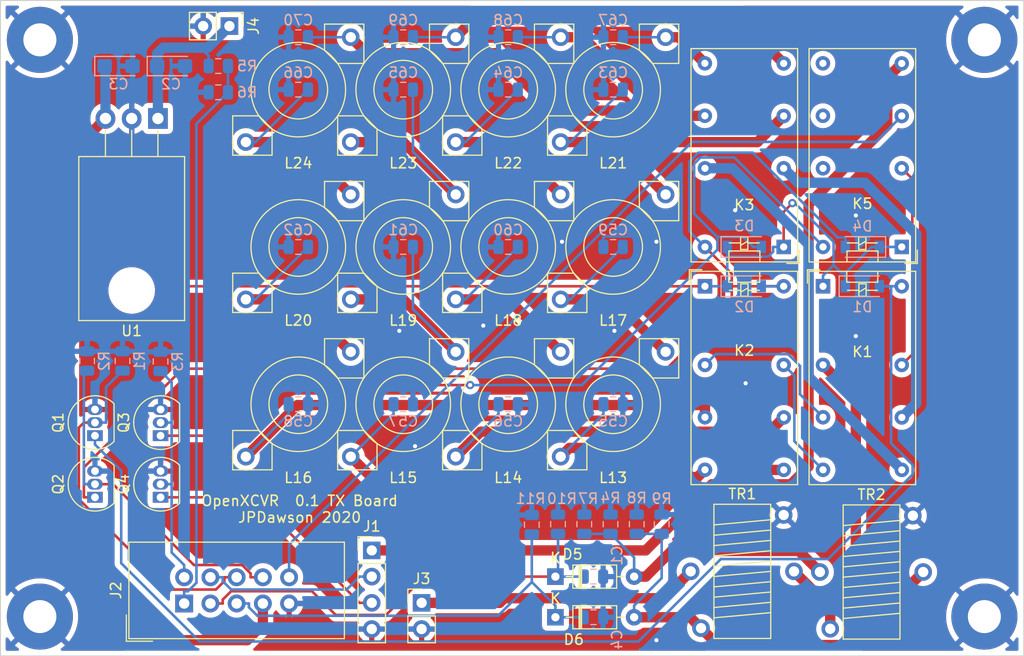
<source format=kicad_pcb>
(kicad_pcb (version 20200104) (host pcbnew "5.99.0-unknown-43514a1~86~ubuntu18.04.1")
  (layers (0 "F.Cu" signal hide) (31 "B.Cu" signal hide) (34 "B.Paste" user) (35 "F.Paste" user) (36 "B.SilkS" user) (37 "F.SilkS" user) (38 "B.Mask" user) (39 "F.Mask" user) (44 "Edge.Cuts" user))
  (net 0 "")
  (net 1 "GND")
  (net 2 "FWD_PWR")
  (net 3 "REV_PWR")
  (net 4 "LPF_BAND_0_A")
  (net 5 "LPF_BAND_1_A")
  (net 6 "LPF_BAND_2_A")
  (net 7 "LPF_BAND_3_A")
  (net 8 "Net-(C59-Pad1)")
  (net 9 "Net-(C60-Pad1)")
  (net 10 "Net-(C61-Pad1)")
  (net 11 "Net-(C62-Pad1)")
  (net 12 "Net-(C63-Pad1)")
  (net 13 "Net-(C64-Pad1)")
  (net 14 "Net-(C65-Pad1)")
  (net 15 "Net-(C66-Pad1)")
  (net 16 "LPF_BAND_0_B")
  (net 17 "LPF_BAND_1_B")
  (net 18 "LPF_BAND_2_B")
  (net 19 "LPF_BAND_3_B")
  (net 20 "Net-(D1-Pad2)")
  (net 21 "+5V")
  (net 22 "Net-(D2-Pad2)")
  (net 23 "Net-(D3-Pad2)")
  (net 24 "TX_N")
  (net 25 "PA_IN")
  (net 26 "RF_IN")
  (net 27 "BAND_0")
  (net 28 "BAND_1")
  (net 29 "TX_ENABLE")
  (net 30 "BATTERY")
  (net 31 "ANTENNA")
  (net 32 "Net-(K1-Pad9)")
  (net 33 "Net-(K1-Pad11)")
  (net 34 "Net-(K1-Pad8)")
  (net 35 "Net-(K1-Pad6)")
  (net 36 "Net-(K5-Pad11)")
  (net 37 "RF_OUT")
  (net 38 "Net-(D5-Pad2)")
  (net 39 "Net-(D6-Pad2)")
  (net 40 "LPF_TXRX")
  (net 41 "LPF_SWR")
  (net 42 "Net-(K5-Pad13)")
  (net 43 "Net-(K5-Pad9)")
  (net 44 "Net-(C2-Pad1)")
  (module "openxcvr:FT37-INDUCTOR" (layer "F.Cu") (at 160.909 67.056 180)
    (fp_text reference "L21" (at 0 0.5 unlocked) (layer "F.SilkS"))
    (fp_text value "2.434u")
    (pad "1" thru_hole circle (at 5.08 2.54 180) (size 1.7 1.7) (drill 1) (layers *.Cu *.Mask) (net 12 "Net-(C63-Pad1)"))
    (pad "2" thru_hole circle (at -5.08 12.7 180) (size 1.7 1.7) (drill 1) (layers *.Cu *.Mask) (net 19 "LPF_BAND_3_B"))
  )
  (module "openxcvr:FT37-INDUCTOR" (layer "F.Cu") (at 150.749 67.056 180)
    (fp_text reference "L22" (at 0 0.5 unlocked) (layer "F.SilkS"))
    (fp_text value "1.380u")
    (pad "1" thru_hole circle (at 5.08 2.54 180) (size 1.7 1.7) (drill 1) (layers *.Cu *.Mask) (net 13 "Net-(C64-Pad1)"))
    (pad "2" thru_hole circle (at -5.08 12.7 180) (size 1.7 1.7) (drill 1) (layers *.Cu *.Mask) (net 18 "LPF_BAND_2_B"))
  )
  (module "Resistor_SMD:R_0805_2012Metric" (layer "B.Cu") (at 153.035 101.585 90)
    (fp_text reference "R11" (at 2.525 -0.127 180) (layer "B.SilkS") (effects (justify mirror)))
    (fp_text value "10k")
    (pad "2" smd roundrect (at 0.9375 0 90) (size 0.975 1.4) (layers "B.Cu" "B.Paste" "B.Mask") (net 1 "GND"))
    (pad "1" smd roundrect (at -0.9375 0 90) (size 0.975 1.4) (layers "B.Cu" "B.Paste" "B.Mask") (net 3 "REV_PWR"))
  )
  (module "Resistor_SMD:R_0805_2012Metric" (layer "B.Cu") (at 155.575 101.536 90)
    (fp_text reference "R10" (at 2.4765 0.381 180) (layer "B.SilkS") (effects (justify mirror)))
    (fp_text value "10k")
    (pad "2" smd roundrect (at 0.9375 0 90) (size 0.975 1.4) (layers "B.Cu" "B.Paste" "B.Mask") (net 1 "GND"))
    (pad "1" smd roundrect (at -0.9375 0 90) (size 0.975 1.4) (layers "B.Cu" "B.Paste" "B.Mask") (net 2 "FWD_PWR"))
  )
  (module "Diode_SMD:D_SOD-123" (layer "B.Cu") (at 185.039 74.676 180)
    (fp_text reference "D4" (at 0 2) (layer "B.SilkS") (effects (justify mirror)))
    (fp_text value "1N4148W")
    (pad "2" smd rect (at 1.65 0 180) (size 0.9 1.2) (layers "B.Cu" "B.Paste" "B.Mask") (net 22 "Net-(D2-Pad2)"))
    (pad "1" smd rect (at -1.65 0 180) (size 0.9 1.2) (layers "B.Cu" "B.Paste" "B.Mask") (net 21 "+5V"))
  )
  (module "Connector_IDC:IDC-Header_2x05_P2.54mm_Vertical" (layer "F.Cu") (at 119.38 109.22 90)
    (fp_text reference "J2" (at 1.27 -6.604 90) (layer "F.SilkS"))
    (fp_text value "RADIO_CONNECTOR")
    (pad "10" thru_hole oval (at 2.54 10.16 90) (size 1.7272 1.7272) (drill 1.016) (layers *.Cu *.Mask) (net 37 "RF_OUT"))
    (pad "9" thru_hole oval (at 0 10.16 90) (size 1.7272 1.7272) (drill 1.016) (layers *.Cu *.Mask) (net 1 "GND"))
    (pad "8" thru_hole oval (at 2.54 7.62 90) (size 1.7272 1.7272) (drill 1.016) (layers *.Cu *.Mask) (net 27 "BAND_0"))
    (pad "7" thru_hole oval (at 0 7.62 90) (size 1.7272 1.7272) (drill 1.016) (layers *.Cu *.Mask) (net 21 "+5V"))
    (pad "6" thru_hole oval (at 2.54 5.08 90) (size 1.7272 1.7272) (drill 1.016) (layers *.Cu *.Mask) (net 28 "BAND_1"))
    (pad "5" thru_hole oval (at 0 5.08 90) (size 1.7272 1.7272) (drill 1.016) (layers *.Cu *.Mask) (net 3 "REV_PWR"))
    (pad "4" thru_hole oval (at 2.54 2.54 90) (size 1.7272 1.7272) (drill 1.016) (layers *.Cu *.Mask) (net 26 "RF_IN"))
    (pad "3" thru_hole oval (at 0 2.54 90) (size 1.7272 1.7272) (drill 1.016) (layers *.Cu *.Mask) (net 2 "FWD_PWR"))
    (pad "2" thru_hole oval (at 2.54 0 90) (size 1.7272 1.7272) (drill 1.016) (layers *.Cu *.Mask) (net 29 "TX_ENABLE"))
    (pad "1" thru_hole rect (at 0 0 90) (size 1.7272 1.7272) (drill 1.016) (layers *.Cu *.Mask) (net 30 "BATTERY"))
  )
  (module "Resistor_SMD:R_0805_2012Metric" (layer "B.Cu") (at 165.608 101.536 90)
    (fp_text reference "R9" (at 2.4765 0) (layer "B.SilkS") (effects (justify mirror)))
    (fp_text value "100")
    (pad "2" smd roundrect (at 0.9375 0 90) (size 0.975 1.4) (layers "B.Cu" "B.Paste" "B.Mask") (net 1 "GND"))
    (pad "1" smd roundrect (at -0.9375 0 90) (size 0.975 1.4) (layers "B.Cu" "B.Paste" "B.Mask") (net 39 "Net-(D6-Pad2)"))
  )
  (module "Resistor_SMD:R_0805_2012Metric" (layer "B.Cu") (at 160.655 101.536 90)
    (fp_text reference "R4" (at 2.54 0 -180) (layer "B.SilkS") (effects (justify mirror)))
    (fp_text value "100")
    (pad "2" smd roundrect (at 0.9375 0 90) (size 0.975 1.4) (layers "B.Cu" "B.Paste" "B.Mask") (net 1 "GND"))
    (pad "1" smd roundrect (at -0.9375 0 90) (size 0.975 1.4) (layers "B.Cu" "B.Paste" "B.Mask") (net 38 "Net-(D5-Pad2)"))
  )
  (module "Connector_PinHeader_2.54mm:PinHeader_1x02_P2.54mm_Vertical" (layer "F.Cu") (at 123.762 53.2765 -90)
    (fp_text reference "J4" (at 0 -2.33 90) (layer "F.SilkS"))
    (fp_text value "12V_IN")
    (pad "2" thru_hole oval (at 0 2.54 270) (size 1.7 1.7) (drill 1) (layers *.Cu *.Mask) (net 1 "GND"))
    (pad "1" thru_hole rect (at 0 0 270) (size 1.7 1.7) (drill 1) (layers *.Cu *.Mask) (net 44 "Net-(C2-Pad1)"))
  )
  (module "Diode_THT:D_DO-35_SOD27_P7.62mm_Horizontal" (layer "F.Cu") (at 155.321 110.554)
    (fp_text reference "D6" (at 1.778 2.159) (layer "F.SilkS"))
    (fp_text value "1N5711")
    (fp_text user "K" (at 0 -1.8) (layer "F.SilkS"))
    (fp_text user "K" (at 0 -1.8) (layer "F.SilkS"))
    (pad "2" thru_hole oval (at 7.62 0) (size 1.6 1.6) (drill 0.8) (layers *.Cu *.Mask) (net 39 "Net-(D6-Pad2)"))
    (pad "1" thru_hole rect (at 0 0) (size 1.6 1.6) (drill 0.8) (layers *.Cu *.Mask) (net 3 "REV_PWR"))
  )
  (module "Diode_THT:D_DO-35_SOD27_P7.62mm_Horizontal" (layer "F.Cu") (at 155.321 106.616)
    (fp_text reference "D5" (at 1.651 -2.159) (layer "F.SilkS"))
    (fp_text value "1N5711")
    (fp_text user "K" (at 0 -1.8) (layer "F.SilkS"))
    (fp_text user "K" (at 0 -1.8) (layer "F.SilkS"))
    (pad "2" thru_hole oval (at 7.62 0) (size 1.6 1.6) (drill 0.8) (layers *.Cu *.Mask) (net 38 "Net-(D5-Pad2)"))
    (pad "1" thru_hole rect (at 0 0) (size 1.6 1.6) (drill 0.8) (layers *.Cu *.Mask) (net 2 "FWD_PWR"))
  )
  (module "Package_TO_SOT_THT:TO-220-3_Horizontal_TabDown" (layer "F.Cu") (at 116.84 62.23 180)
    (fp_text reference "U1" (at 2.54 -20.58) (layer "F.SilkS"))
    (fp_text value "LM7805_TO220")
    (pad "3" thru_hole oval (at 5.08 0 180) (size 1.905 2) (drill 1.1) (layers *.Cu *.Mask) (net 21 "+5V"))
    (pad "2" thru_hole oval (at 2.54 0 180) (size 1.905 2) (drill 1.1) (layers *.Cu *.Mask) (net 1 "GND"))
    (pad "1" thru_hole rect (at 0 0 180) (size 1.905 2) (drill 1.1) (layers *.Cu *.Mask) (net 44 "Net-(C2-Pad1)"))
    (pad "" np_thru_hole oval (at 2.54 -16.66 180) (size 3.5 3.5) (drill 3.5) (layers *.Cu *.Mask))
  )
  (module "Capacitor_SMD:C_0805_2012Metric" (layer "B.Cu") (at 159.004 106.616)
    (fp_text reference "C1" (at 2.286 -2.032 270) (layer "B.SilkS") (effects (justify mirror)))
    (fp_text value "100n")
    (pad "2" smd roundrect (at 0.9375 0) (size 0.975 1.4) (layers "B.Cu" "B.Paste" "B.Mask") (net 1 "GND"))
    (pad "1" smd roundrect (at -0.9375 0) (size 0.975 1.4) (layers "B.Cu" "B.Paste" "B.Mask") (net 2 "FWD_PWR"))
  )
  (module "MountingHole:MountingHole_3.2mm_M3_Pad" (layer "F.Cu") (at 105.41 54.61)
    (fp_text reference "H4")
    (fp_text value "MountingHole_Pad")
    (pad "1" thru_hole circle (at 0 0) (size 6.4 6.4) (drill 3.2) (layers *.Cu *.Mask) (net 1 "GND"))
  )
  (module "MountingHole:MountingHole_3.2mm_M3_Pad" (layer "F.Cu") (at 196.85 110.49)
    (fp_text reference "H3")
    (fp_text value "MountingHole_Pad")
    (pad "1" thru_hole circle (at 0 0) (size 6.4 6.4) (drill 3.2) (layers *.Cu *.Mask) (net 1 "GND"))
  )
  (module "MountingHole:MountingHole_3.2mm_M3_Pad" (layer "F.Cu") (at 105.41 110.49)
    (fp_text reference "H2")
    (fp_text value "MountingHole_Pad")
    (pad "1" thru_hole circle (at 0 0) (size 6.4 6.4) (drill 3.2) (layers *.Cu *.Mask) (net 1 "GND"))
  )
  (module "MountingHole:MountingHole_3.2mm_M3_Pad" (layer "F.Cu") (at 196.85 54.61)
    (fp_text reference "H1")
    (fp_text value "MountingHole_Pad")
    (pad "1" thru_hole circle (at 0 0) (size 6.4 6.4) (drill 3.2) (layers *.Cu *.Mask) (net 1 "GND"))
  )
  (module "openxcvr:FT50-43 Transformer" (layer "F.Cu") (at 185.928 98.171)
    (fp_text reference "TR2" (at 0 0.5 unlocked) (layer "F.SilkS"))
    (fp_text value "FT50-43Transformer")
    (pad "4" thru_hole circle (at -5 8) (size 1.7 1.7) (drill 1) (layers *.Cu *.Mask) (net 38 "Net-(D5-Pad2)"))
    (pad "3" thru_hole circle (at 5 8) (size 1.7 1.7) (drill 1) (layers *.Cu *.Mask) (net 39 "Net-(D6-Pad2)"))
    (pad "2" thru_hole circle (at -4 13.5) (size 1.7 1.7) (drill 1) (layers *.Cu *.Mask) (net 41 "LPF_SWR"))
    (pad "1" thru_hole circle (at 4 2.54) (size 1.7 1.7) (drill 1) (layers *.Cu *.Mask) (net 1 "GND"))
  )
  (module "openxcvr:FT50-43 Transformer" (layer "F.Cu") (at 173.418 98.1075)
    (fp_text reference "TR1" (at 0 0.5 unlocked) (layer "F.SilkS"))
    (fp_text value "FT50-43Transformer")
    (pad "4" thru_hole circle (at -5 8) (size 1.7 1.7) (drill 1) (layers *.Cu *.Mask) (net 31 "ANTENNA"))
    (pad "3" thru_hole circle (at 5 8) (size 1.7 1.7) (drill 1) (layers *.Cu *.Mask) (net 41 "LPF_SWR"))
    (pad "2" thru_hole circle (at -4 13.5) (size 1.7 1.7) (drill 1) (layers *.Cu *.Mask) (net 39 "Net-(D6-Pad2)"))
    (pad "1" thru_hole circle (at 4 2.54) (size 1.7 1.7) (drill 1) (layers *.Cu *.Mask) (net 1 "GND"))
  )
  (module "Resistor_SMD:R_0805_2012Metric" (layer "B.Cu") (at 163.195 101.536 90)
    (fp_text reference "R8" (at 2.54 0) (layer "B.SilkS") (effects (justify mirror)))
    (fp_text value "100")
    (pad "2" smd roundrect (at 0.9375 0 90) (size 0.975 1.4) (layers "B.Cu" "B.Paste" "B.Mask") (net 1 "GND"))
    (pad "1" smd roundrect (at -0.9375 0 90) (size 0.975 1.4) (layers "B.Cu" "B.Paste" "B.Mask") (net 39 "Net-(D6-Pad2)"))
  )
  (module "Resistor_SMD:R_0805_2012Metric" (layer "B.Cu") (at 158.115 101.536 90)
    (fp_text reference "R7" (at 2.4765 0.381) (layer "B.SilkS") (effects (justify mirror)))
    (fp_text value "100")
    (pad "2" smd roundrect (at 0.9375 0 90) (size 0.975 1.4) (layers "B.Cu" "B.Paste" "B.Mask") (net 1 "GND"))
    (pad "1" smd roundrect (at -0.9375 0 90) (size 0.975 1.4) (layers "B.Cu" "B.Paste" "B.Mask") (net 38 "Net-(D5-Pad2)"))
  )
  (module "Resistor_SMD:R_0805_2012Metric" (layer "B.Cu") (at 122.682 59.69 180)
    (fp_text reference "R6" (at -2.794 0) (layer "B.SilkS") (effects (justify mirror)))
    (fp_text value "1K")
    (pad "2" smd roundrect (at 0.9375 0 180) (size 0.975 1.4) (layers "B.Cu" "B.Paste" "B.Mask") (net 1 "GND"))
    (pad "1" smd roundrect (at -0.9375 0 180) (size 0.975 1.4) (layers "B.Cu" "B.Paste" "B.Mask") (net 30 "BATTERY"))
  )
  (module "Resistor_SMD:R_0805_2012Metric" (layer "B.Cu") (at 122.682 57.15)
    (fp_text reference "R5" (at 2.794 0) (layer "B.SilkS") (effects (justify mirror)))
    (fp_text value "10k")
    (pad "2" smd roundrect (at 0.9375 0) (size 0.975 1.4) (layers "B.Cu" "B.Paste" "B.Mask") (net 30 "BATTERY"))
    (pad "1" smd roundrect (at -0.9375 0) (size 0.975 1.4) (layers "B.Cu" "B.Paste" "B.Mask") (net 44 "Net-(C2-Pad1)"))
  )
  (module "Resistor_SMD:R_0805_2012Metric" (layer "B.Cu") (at 117.094 85.7735 90)
    (fp_text reference "R3" (at 0 1.65 270) (layer "B.SilkS") (effects (justify mirror)))
    (fp_text value "10K")
    (pad "2" smd roundrect (at 0.9375 0 90) (size 0.975 1.4) (layers "B.Cu" "B.Paste" "B.Mask") (net 1 "GND"))
    (pad "1" smd roundrect (at -0.9375 0 90) (size 0.975 1.4) (layers "B.Cu" "B.Paste" "B.Mask") (net 29 "TX_ENABLE"))
  )
  (module "Resistor_SMD:R_0805_2012Metric" (layer "B.Cu") (at 109.982 85.725 90)
    (fp_text reference "R2" (at 0 1.65 270) (layer "B.SilkS") (effects (justify mirror)))
    (fp_text value "10K")
    (pad "2" smd roundrect (at 0.9375 0 90) (size 0.975 1.4) (layers "B.Cu" "B.Paste" "B.Mask") (net 1 "GND"))
    (pad "1" smd roundrect (at -0.9375 0 90) (size 0.975 1.4) (layers "B.Cu" "B.Paste" "B.Mask") (net 27 "BAND_0"))
  )
  (module "Resistor_SMD:R_0805_2012Metric" (layer "B.Cu") (at 113.411 85.725 90)
    (fp_text reference "R1" (at 0 1.65 270) (layer "B.SilkS") (effects (justify mirror)))
    (fp_text value "10K")
    (pad "2" smd roundrect (at 0.9375 0 90) (size 0.975 1.4) (layers "B.Cu" "B.Paste" "B.Mask") (net 1 "GND"))
    (pad "1" smd roundrect (at -0.9375 0 90) (size 0.975 1.4) (layers "B.Cu" "B.Paste" "B.Mask") (net 28 "BAND_1"))
  )
  (module "Package_TO_SOT_THT:TO-92_Inline" (layer "F.Cu") (at 117.094 98.933 90)
    (fp_text reference "Q4" (at 1.27 -3.56 90) (layer "F.SilkS"))
    (fp_text value "BS170")
    (pad "1" thru_hole rect (at 0 0 90) (size 1.05 1.5) (drill 0.75) (layers *.Cu *.Mask) (net 24 "TX_N"))
    (pad "3" thru_hole oval (at 2.54 0 90) (size 1.05 1.5) (drill 0.75) (layers *.Cu *.Mask) (net 1 "GND"))
    (pad "2" thru_hole oval (at 1.27 0 90) (size 1.05 1.5) (drill 0.75) (layers *.Cu *.Mask) (net 29 "TX_ENABLE"))
  )
  (module "Package_TO_SOT_THT:TO-92_Inline" (layer "F.Cu") (at 117.094 92.964 90)
    (fp_text reference "Q3" (at 1.27 -3.56 90) (layer "F.SilkS"))
    (fp_text value "BS170")
    (pad "1" thru_hole rect (at 0 0 90) (size 1.05 1.5) (drill 0.75) (layers *.Cu *.Mask) (net 23 "Net-(D3-Pad2)"))
    (pad "3" thru_hole oval (at 2.54 0 90) (size 1.05 1.5) (drill 0.75) (layers *.Cu *.Mask) (net 1 "GND"))
    (pad "2" thru_hole oval (at 1.27 0 90) (size 1.05 1.5) (drill 0.75) (layers *.Cu *.Mask) (net 29 "TX_ENABLE"))
  )
  (module "Package_TO_SOT_THT:TO-92_Inline" (layer "F.Cu") (at 110.744 98.933 90)
    (fp_text reference "Q2" (at 1.27 -3.56 90) (layer "F.SilkS"))
    (fp_text value "BS170")
    (pad "1" thru_hole rect (at 0 0 90) (size 1.05 1.5) (drill 0.75) (layers *.Cu *.Mask) (net 22 "Net-(D2-Pad2)"))
    (pad "3" thru_hole oval (at 2.54 0 90) (size 1.05 1.5) (drill 0.75) (layers *.Cu *.Mask) (net 1 "GND"))
    (pad "2" thru_hole oval (at 1.27 0 90) (size 1.05 1.5) (drill 0.75) (layers *.Cu *.Mask) (net 27 "BAND_0"))
  )
  (module "Package_TO_SOT_THT:TO-92_Inline" (layer "F.Cu") (at 110.744 92.964 90)
    (fp_text reference "Q1" (at 1.27 -3.56 90) (layer "F.SilkS"))
    (fp_text value "BS170")
    (pad "1" thru_hole rect (at 0 0 90) (size 1.05 1.5) (drill 0.75) (layers *.Cu *.Mask) (net 20 "Net-(D1-Pad2)"))
    (pad "3" thru_hole oval (at 2.54 0 90) (size 1.05 1.5) (drill 0.75) (layers *.Cu *.Mask) (net 1 "GND"))
    (pad "2" thru_hole oval (at 1.27 0 90) (size 1.05 1.5) (drill 0.75) (layers *.Cu *.Mask) (net 28 "BAND_1"))
  )
  (module "openxcvr:FT37-INDUCTOR" (layer "F.Cu") (at 130.429 67.056 180)
    (fp_text reference "L24" (at 0 0.5 unlocked) (layer "F.SilkS"))
    (fp_text value "303n")
    (pad "1" thru_hole circle (at 5.08 2.54 180) (size 1.7 1.7) (drill 1) (layers *.Cu *.Mask) (net 15 "Net-(C66-Pad1)"))
    (pad "2" thru_hole circle (at -5.08 12.7 180) (size 1.7 1.7) (drill 1) (layers *.Cu *.Mask) (net 16 "LPF_BAND_0_B"))
  )
  (module "openxcvr:FT37-INDUCTOR" (layer "F.Cu") (at 140.589 67.056 180)
    (fp_text reference "L23" (at 0 0.5 unlocked) (layer "F.SilkS"))
    (fp_text value "773n")
    (pad "1" thru_hole circle (at 5.08 2.54 180) (size 1.7 1.7) (drill 1) (layers *.Cu *.Mask) (net 14 "Net-(C65-Pad1)"))
    (pad "2" thru_hole circle (at -5.08 12.7 180) (size 1.7 1.7) (drill 1) (layers *.Cu *.Mask) (net 17 "LPF_BAND_1_B"))
  )
  (module "openxcvr:FT37-INDUCTOR" (layer "F.Cu") (at 130.429 82.296 180)
    (fp_text reference "L20" (at 0 0.5 unlocked) (layer "F.SilkS"))
    (fp_text value "382n")
    (pad "1" thru_hole circle (at 5.08 2.54 180) (size 1.7 1.7) (drill 1) (layers *.Cu *.Mask) (net 11 "Net-(C62-Pad1)"))
    (pad "2" thru_hole circle (at -5.08 12.7 180) (size 1.7 1.7) (drill 1) (layers *.Cu *.Mask) (net 15 "Net-(C66-Pad1)"))
  )
  (module "openxcvr:FT37-INDUCTOR" (layer "F.Cu") (at 140.589 82.296 180)
    (fp_text reference "L19" (at 0 0.5 unlocked) (layer "F.SilkS"))
    (fp_text value "904n")
    (pad "1" thru_hole circle (at 5.08 2.54 180) (size 1.7 1.7) (drill 1) (layers *.Cu *.Mask) (net 10 "Net-(C61-Pad1)"))
    (pad "2" thru_hole circle (at -5.08 12.7 180) (size 1.7 1.7) (drill 1) (layers *.Cu *.Mask) (net 14 "Net-(C65-Pad1)"))
  )
  (module "openxcvr:FT37-INDUCTOR" (layer "F.Cu") (at 150.749 82.296 180)
    (fp_text reference "L18" (at 0 0.5 unlocked) (layer "F.SilkS"))
    (fp_text value "1.698u")
    (pad "1" thru_hole circle (at 5.08 2.54 180) (size 1.7 1.7) (drill 1) (layers *.Cu *.Mask) (net 9 "Net-(C60-Pad1)"))
    (pad "2" thru_hole circle (at -5.08 12.7 180) (size 1.7 1.7) (drill 1) (layers *.Cu *.Mask) (net 13 "Net-(C64-Pad1)"))
  )
  (module "openxcvr:FT37-INDUCTOR" (layer "F.Cu") (at 160.909 82.296 180)
    (fp_text reference "L17" (at 0 0.5 unlocked) (layer "F.SilkS"))
    (fp_text value "3.012u")
    (pad "1" thru_hole circle (at 5.08 2.54 180) (size 1.7 1.7) (drill 1) (layers *.Cu *.Mask) (net 8 "Net-(C59-Pad1)"))
    (pad "2" thru_hole circle (at -5.08 12.7 180) (size 1.7 1.7) (drill 1) (layers *.Cu *.Mask) (net 12 "Net-(C63-Pad1)"))
  )
  (module "openxcvr:FT37-INDUCTOR" (layer "F.Cu") (at 130.429 97.536 180)
    (fp_text reference "L16" (at 0 0.5 unlocked) (layer "F.SilkS"))
    (fp_text value "303n")
    (pad "1" thru_hole circle (at 5.08 2.54 180) (size 1.7 1.7) (drill 1) (layers *.Cu *.Mask) (net 4 "LPF_BAND_0_A"))
    (pad "2" thru_hole circle (at -5.08 12.7 180) (size 1.7 1.7) (drill 1) (layers *.Cu *.Mask) (net 11 "Net-(C62-Pad1)"))
  )
  (module "openxcvr:FT37-INDUCTOR" (layer "F.Cu") (at 140.589 97.536 180)
    (fp_text reference "L15" (at 0 0.5 unlocked) (layer "F.SilkS"))
    (fp_text value "773n")
    (pad "1" thru_hole circle (at 5.08 2.54 180) (size 1.7 1.7) (drill 1) (layers *.Cu *.Mask) (net 5 "LPF_BAND_1_A"))
    (pad "2" thru_hole circle (at -5.08 12.7 180) (size 1.7 1.7) (drill 1) (layers *.Cu *.Mask) (net 10 "Net-(C61-Pad1)"))
  )
  (module "openxcvr:FT37-INDUCTOR" (layer "F.Cu") (at 150.749 97.536 180)
    (fp_text reference "L14" (at 0 0.5 unlocked) (layer "F.SilkS"))
    (fp_text value "1.380u")
    (pad "1" thru_hole circle (at 5.08 2.54 180) (size 1.7 1.7) (drill 1) (layers *.Cu *.Mask) (net 6 "LPF_BAND_2_A"))
    (pad "2" thru_hole circle (at -5.08 12.7 180) (size 1.7 1.7) (drill 1) (layers *.Cu *.Mask) (net 9 "Net-(C60-Pad1)"))
  )
  (module "openxcvr:FT37-INDUCTOR" (layer "F.Cu") (at 160.909 97.536 180)
    (fp_text reference "L13" (at 0 0.5 unlocked) (layer "F.SilkS"))
    (fp_text value "2.434u")
    (pad "1" thru_hole circle (at 5.08 2.54 180) (size 1.7 1.7) (drill 1) (layers *.Cu *.Mask) (net 7 "LPF_BAND_3_A"))
    (pad "2" thru_hole circle (at -5.08 12.7 180) (size 1.7 1.7) (drill 1) (layers *.Cu *.Mask) (net 8 "Net-(C59-Pad1)"))
  )
  (module "Relay_THT:Relay_DPDT_Omron_G5V-2" (layer "F.Cu") (at 188.849 74.676 180)
    (fp_text reference "K5" (at 3.81 4.191) (layer "F.SilkS"))
    (fp_text value "G5V-2")
    (pad "13" thru_hole circle (at 7.62 7.62 180) (size 1.4 1.4) (drill 0.7) (layers *.Cu *.Mask) (net 42 "Net-(K5-Pad13)"))
    (pad "9" thru_hole circle (at 7.63 17.79 180) (size 1.4 1.4) (drill 0.7) (layers *.Cu *.Mask) (net 43 "Net-(K5-Pad9)"))
    (pad "11" thru_hole circle (at 7.63 12.71 180) (size 1.4 1.4) (drill 0.7) (layers *.Cu *.Mask) (net 36 "Net-(K5-Pad11)"))
    (pad "4" thru_hole circle (at 0 7.62 180) (size 1.4 1.4) (drill 0.7) (layers *.Cu *.Mask) (net 40 "LPF_TXRX"))
    (pad "8" thru_hole circle (at 0 17.78 180) (size 1.4 1.4) (drill 0.7) (layers *.Cu *.Mask) (net 25 "PA_IN"))
    (pad "6" thru_hole circle (at 0 12.69 180) (size 1.4 1.4) (drill 0.7) (layers *.Cu *.Mask) (net 37 "RF_OUT"))
    (pad "16" thru_hole circle (at 7.62 0 180) (size 1.4 1.4) (drill 0.7) (layers *.Cu *.Mask) (net 23 "Net-(D3-Pad2)"))
    (pad "1" thru_hole rect (at 0 0 180) (size 1.4 1.4) (drill 0.7) (layers *.Cu *.Mask) (net 21 "+5V"))
  )
  (module "Relay_THT:Relay_DPDT_Omron_G5V-2" (layer "F.Cu") (at 177.419 74.676 180)
    (fp_text reference "K3" (at 3.81 4.064) (layer "F.SilkS"))
    (fp_text value "G5V-2")
    (pad "13" thru_hole circle (at 7.62 7.62 180) (size 1.4 1.4) (drill 0.7) (layers *.Cu *.Mask) (net 32 "Net-(K1-Pad9)"))
    (pad "9" thru_hole circle (at 7.63 17.79 180) (size 1.4 1.4) (drill 0.7) (layers *.Cu *.Mask) (net 19 "LPF_BAND_3_B"))
    (pad "11" thru_hole circle (at 7.63 12.71 180) (size 1.4 1.4) (drill 0.7) (layers *.Cu *.Mask) (net 18 "LPF_BAND_2_B"))
    (pad "4" thru_hole circle (at 0 7.62 180) (size 1.4 1.4) (drill 0.7) (layers *.Cu *.Mask) (net 33 "Net-(K1-Pad11)"))
    (pad "8" thru_hole circle (at 0 17.78 180) (size 1.4 1.4) (drill 0.7) (layers *.Cu *.Mask) (net 17 "LPF_BAND_1_B"))
    (pad "6" thru_hole circle (at 0 12.69 180) (size 1.4 1.4) (drill 0.7) (layers *.Cu *.Mask) (net 16 "LPF_BAND_0_B"))
    (pad "16" thru_hole circle (at 7.62 0 180) (size 1.4 1.4) (drill 0.7) (layers *.Cu *.Mask) (net 22 "Net-(D2-Pad2)"))
    (pad "1" thru_hole rect (at 0 0 180) (size 1.4 1.4) (drill 0.7) (layers *.Cu *.Mask) (net 21 "+5V"))
  )
  (module "Relay_THT:Relay_DPDT_Omron_G5V-2" (layer "F.Cu") (at 169.799 78.486)
    (fp_text reference "K2" (at 3.81 6.223) (layer "F.SilkS"))
    (fp_text value "G5V-2")
    (pad "13" thru_hole circle (at 7.62 7.62) (size 1.4 1.4) (drill 0.7) (layers *.Cu *.Mask) (net 34 "Net-(K1-Pad8)"))
    (pad "9" thru_hole circle (at 7.63 17.79) (size 1.4 1.4) (drill 0.7) (layers *.Cu *.Mask) (net 7 "LPF_BAND_3_A"))
    (pad "11" thru_hole circle (at 7.63 12.71) (size 1.4 1.4) (drill 0.7) (layers *.Cu *.Mask) (net 6 "LPF_BAND_2_A"))
    (pad "4" thru_hole circle (at 0 7.62) (size 1.4 1.4) (drill 0.7) (layers *.Cu *.Mask) (net 35 "Net-(K1-Pad6)"))
    (pad "8" thru_hole circle (at 0 17.78) (size 1.4 1.4) (drill 0.7) (layers *.Cu *.Mask) (net 5 "LPF_BAND_1_A"))
    (pad "6" thru_hole circle (at 0 12.69) (size 1.4 1.4) (drill 0.7) (layers *.Cu *.Mask) (net 4 "LPF_BAND_0_A"))
    (pad "16" thru_hole circle (at 7.62 0) (size 1.4 1.4) (drill 0.7) (layers *.Cu *.Mask) (net 22 "Net-(D2-Pad2)"))
    (pad "1" thru_hole rect (at 0 0) (size 1.4 1.4) (drill 0.7) (layers *.Cu *.Mask) (net 21 "+5V"))
  )
  (module "Relay_THT:Relay_DPDT_Omron_G5V-2" (layer "F.Cu") (at 181.229 78.486)
    (fp_text reference "K1" (at 3.81 6.35) (layer "F.SilkS"))
    (fp_text value "G5V-2")
    (pad "13" thru_hole circle (at 7.62 7.62) (size 1.4 1.4) (drill 0.7) (layers *.Cu *.Mask) (net 40 "LPF_TXRX"))
    (pad "9" thru_hole circle (at 7.63 17.79) (size 1.4 1.4) (drill 0.7) (layers *.Cu *.Mask) (net 32 "Net-(K1-Pad9)"))
    (pad "11" thru_hole circle (at 7.63 12.71) (size 1.4 1.4) (drill 0.7) (layers *.Cu *.Mask) (net 33 "Net-(K1-Pad11)"))
    (pad "4" thru_hole circle (at 0 7.62) (size 1.4 1.4) (drill 0.7) (layers *.Cu *.Mask) (net 41 "LPF_SWR"))
    (pad "8" thru_hole circle (at 0 17.78) (size 1.4 1.4) (drill 0.7) (layers *.Cu *.Mask) (net 34 "Net-(K1-Pad8)"))
    (pad "6" thru_hole circle (at 0 12.69) (size 1.4 1.4) (drill 0.7) (layers *.Cu *.Mask) (net 35 "Net-(K1-Pad6)"))
    (pad "16" thru_hole circle (at 7.62 0) (size 1.4 1.4) (drill 0.7) (layers *.Cu *.Mask) (net 20 "Net-(D1-Pad2)"))
    (pad "1" thru_hole rect (at 0 0) (size 1.4 1.4) (drill 0.7) (layers *.Cu *.Mask) (net 21 "+5V"))
  )
  (module "Connector_PinHeader_2.54mm:PinHeader_1x02_P2.54mm_Vertical" (layer "F.Cu") (at 142.367 109.156)
    (fp_text reference "J3" (at 0 -2.33) (layer "F.SilkS"))
    (fp_text value "Antenna")
    (pad "2" thru_hole oval (at 0 2.54) (size 1.7 1.7) (drill 1) (layers *.Cu *.Mask) (net 1 "GND"))
    (pad "1" thru_hole rect (at 0 0) (size 1.7 1.7) (drill 1) (layers *.Cu *.Mask) (net 31 "ANTENNA"))
  )
  (module "Connector_PinHeader_2.54mm:PinHeader_1x04_P2.54mm_Vertical" (layer "F.Cu") (at 137.541 104.076)
    (fp_text reference "J1" (at 0 -2.33) (layer "F.SilkS"))
    (fp_text value "Power Amplifier")
    (pad "4" thru_hole oval (at 0 7.62) (size 1.7 1.7) (drill 1) (layers *.Cu *.Mask) (net 1 "GND"))
    (pad "3" thru_hole oval (at 0 5.08) (size 1.7 1.7) (drill 1) (layers *.Cu *.Mask) (net 24 "TX_N"))
    (pad "2" thru_hole oval (at 0 2.54) (size 1.7 1.7) (drill 1) (layers *.Cu *.Mask) (net 26 "RF_IN"))
    (pad "1" thru_hole rect (at 0 0) (size 1.7 1.7) (drill 1) (layers *.Cu *.Mask) (net 25 "PA_IN"))
  )
  (module "Diode_SMD:D_SOD-123" (layer "B.Cu") (at 173.609 74.676)
    (fp_text reference "D3" (at 0 -2.032) (layer "B.SilkS") (effects (justify mirror)))
    (fp_text value "1N4148W")
    (pad "2" smd rect (at 1.65 0) (size 0.9 1.2) (layers "B.Cu" "B.Paste" "B.Mask") (net 23 "Net-(D3-Pad2)"))
    (pad "1" smd rect (at -1.65 0) (size 0.9 1.2) (layers "B.Cu" "B.Paste" "B.Mask") (net 21 "+5V"))
  )
  (module "Diode_SMD:D_SOD-123" (layer "B.Cu") (at 173.609 78.486)
    (fp_text reference "D2" (at 0 2) (layer "B.SilkS") (effects (justify mirror)))
    (fp_text value "1N4148W")
    (pad "2" smd rect (at 1.65 0) (size 0.9 1.2) (layers "B.Cu" "B.Paste" "B.Mask") (net 22 "Net-(D2-Pad2)"))
    (pad "1" smd rect (at -1.65 0) (size 0.9 1.2) (layers "B.Cu" "B.Paste" "B.Mask") (net 21 "+5V"))
  )
  (module "Diode_SMD:D_SOD-123" (layer "B.Cu") (at 185.039 78.486)
    (fp_text reference "D1" (at 0 2) (layer "B.SilkS") (effects (justify mirror)))
    (fp_text value "1N4148W")
    (pad "2" smd rect (at 1.65 0) (size 0.9 1.2) (layers "B.Cu" "B.Paste" "B.Mask") (net 20 "Net-(D1-Pad2)"))
    (pad "1" smd rect (at -1.65 0) (size 0.9 1.2) (layers "B.Cu" "B.Paste" "B.Mask") (net 21 "+5V"))
  )
  (module "Capacitor_SMD:C_0805_2012Metric" (layer "B.Cu") (at 130.429 54.356 180)
    (fp_text reference "C70" (at 0 1.65) (layer "B.SilkS") (effects (justify mirror)))
    (fp_text value "56p")
    (pad "2" smd roundrect (at 0.9375 0 180) (size 0.975 1.4) (layers "B.Cu" "B.Paste" "B.Mask") (net 1 "GND"))
    (pad "1" smd roundrect (at -0.9375 0 180) (size 0.975 1.4) (layers "B.Cu" "B.Paste" "B.Mask") (net 16 "LPF_BAND_0_B"))
  )
  (module "Capacitor_SMD:C_0805_2012Metric" (layer "B.Cu") (at 140.589 54.356 180)
    (fp_text reference "C69" (at 0 1.65) (layer "B.SilkS") (effects (justify mirror)))
    (fp_text value "180p")
    (pad "2" smd roundrect (at 0.9375 0 180) (size 0.975 1.4) (layers "B.Cu" "B.Paste" "B.Mask") (net 1 "GND"))
    (pad "1" smd roundrect (at -0.9375 0 180) (size 0.975 1.4) (layers "B.Cu" "B.Paste" "B.Mask") (net 17 "LPF_BAND_1_B"))
  )
  (module "Capacitor_SMD:C_0805_2012Metric" (layer "B.Cu") (at 150.749 54.356 180)
    (fp_text reference "C68" (at 0 1.65) (layer "B.SilkS") (effects (justify mirror)))
    (fp_text value "270p")
    (pad "2" smd roundrect (at 0.9375 0 180) (size 0.975 1.4) (layers "B.Cu" "B.Paste" "B.Mask") (net 1 "GND"))
    (pad "1" smd roundrect (at -0.9375 0 180) (size 0.975 1.4) (layers "B.Cu" "B.Paste" "B.Mask") (net 18 "LPF_BAND_2_B"))
  )
  (module "Capacitor_SMD:C_0805_2012Metric" (layer "B.Cu") (at 160.909 54.356 180)
    (fp_text reference "C67" (at 0 1.65) (layer "B.SilkS") (effects (justify mirror)))
    (fp_text value "470p")
    (pad "2" smd roundrect (at 0.9375 0 180) (size 0.975 1.4) (layers "B.Cu" "B.Paste" "B.Mask") (net 1 "GND"))
    (pad "1" smd roundrect (at -0.9375 0 180) (size 0.975 1.4) (layers "B.Cu" "B.Paste" "B.Mask") (net 19 "LPF_BAND_3_B"))
  )
  (module "Capacitor_SMD:C_0805_2012Metric" (layer "B.Cu") (at 130.429 59.436 180)
    (fp_text reference "C66" (at 0 1.65) (layer "B.SilkS") (effects (justify mirror)))
    (fp_text value "150p")
    (pad "2" smd roundrect (at 0.9375 0 180) (size 0.975 1.4) (layers "B.Cu" "B.Paste" "B.Mask") (net 1 "GND"))
    (pad "1" smd roundrect (at -0.9375 0 180) (size 0.975 1.4) (layers "B.Cu" "B.Paste" "B.Mask") (net 15 "Net-(C66-Pad1)"))
  )
  (module "Capacitor_SMD:C_0805_2012Metric" (layer "B.Cu") (at 140.589 59.436 180)
    (fp_text reference "C65" (at 0 1.65) (layer "B.SilkS") (effects (justify mirror)))
    (fp_text value "390p")
    (pad "2" smd roundrect (at 0.9375 0 180) (size 0.975 1.4) (layers "B.Cu" "B.Paste" "B.Mask") (net 1 "GND"))
    (pad "1" smd roundrect (at -0.9375 0 180) (size 0.975 1.4) (layers "B.Cu" "B.Paste" "B.Mask") (net 14 "Net-(C65-Pad1)"))
  )
  (module "Capacitor_SMD:C_0805_2012Metric" (layer "B.Cu") (at 150.749 59.436 180)
    (fp_text reference "C64" (at 0 1.65) (layer "B.SilkS") (effects (justify mirror)))
    (fp_text value "680p")
    (pad "2" smd roundrect (at 0.9375 0 180) (size 0.975 1.4) (layers "B.Cu" "B.Paste" "B.Mask") (net 1 "GND"))
    (pad "1" smd roundrect (at -0.9375 0 180) (size 0.975 1.4) (layers "B.Cu" "B.Paste" "B.Mask") (net 13 "Net-(C64-Pad1)"))
  )
  (module "Capacitor_SMD:C_0805_2012Metric" (layer "B.Cu") (at 160.909 59.436 180)
    (fp_text reference "C63" (at 0 1.65) (layer "B.SilkS") (effects (justify mirror)))
    (fp_text value "1.2n")
    (pad "2" smd roundrect (at 0.9375 0 180) (size 0.975 1.4) (layers "B.Cu" "B.Paste" "B.Mask") (net 1 "GND"))
    (pad "1" smd roundrect (at -0.9375 0 180) (size 0.975 1.4) (layers "B.Cu" "B.Paste" "B.Mask") (net 12 "Net-(C63-Pad1)"))
  )
  (module "Capacitor_SMD:C_0805_2012Metric" (layer "B.Cu") (at 130.429 74.676 180)
    (fp_text reference "C62" (at 0 1.65) (layer "B.SilkS") (effects (justify mirror)))
    (fp_text value "150p")
    (pad "2" smd roundrect (at 0.9375 0 180) (size 0.975 1.4) (layers "B.Cu" "B.Paste" "B.Mask") (net 1 "GND"))
    (pad "1" smd roundrect (at -0.9375 0 180) (size 0.975 1.4) (layers "B.Cu" "B.Paste" "B.Mask") (net 11 "Net-(C62-Pad1)"))
  )
  (module "Capacitor_SMD:C_0805_2012Metric" (layer "B.Cu") (at 140.589 74.676 180)
    (fp_text reference "C61" (at 0 1.65) (layer "B.SilkS") (effects (justify mirror)))
    (fp_text value "390p")
    (pad "2" smd roundrect (at 0.9375 0 180) (size 0.975 1.4) (layers "B.Cu" "B.Paste" "B.Mask") (net 1 "GND"))
    (pad "1" smd roundrect (at -0.9375 0 180) (size 0.975 1.4) (layers "B.Cu" "B.Paste" "B.Mask") (net 10 "Net-(C61-Pad1)"))
  )
  (module "Capacitor_SMD:C_0805_2012Metric" (layer "B.Cu") (at 150.749 74.676 180)
    (fp_text reference "C60" (at 0 1.65) (layer "B.SilkS") (effects (justify mirror)))
    (fp_text value "680p")
    (pad "2" smd roundrect (at 0.9375 0 180) (size 0.975 1.4) (layers "B.Cu" "B.Paste" "B.Mask") (net 1 "GND"))
    (pad "1" smd roundrect (at -0.9375 0 180) (size 0.975 1.4) (layers "B.Cu" "B.Paste" "B.Mask") (net 9 "Net-(C60-Pad1)"))
  )
  (module "Capacitor_SMD:C_0805_2012Metric" (layer "B.Cu") (at 160.909 74.676 180)
    (fp_text reference "C59" (at 0 1.65) (layer "B.SilkS") (effects (justify mirror)))
    (fp_text value "1.2n")
    (pad "2" smd roundrect (at 0.9375 0 180) (size 0.975 1.4) (layers "B.Cu" "B.Paste" "B.Mask") (net 1 "GND"))
    (pad "1" smd roundrect (at -0.9375 0 180) (size 0.975 1.4) (layers "B.Cu" "B.Paste" "B.Mask") (net 8 "Net-(C59-Pad1)"))
  )
  (module "Capacitor_SMD:C_0805_2012Metric" (layer "B.Cu") (at 130.429 89.916)
    (fp_text reference "C58" (at 0 1.65) (layer "B.SilkS") (effects (justify mirror)))
    (fp_text value "56p")
    (pad "2" smd roundrect (at 0.9375 0) (size 0.975 1.4) (layers "B.Cu" "B.Paste" "B.Mask") (net 1 "GND"))
    (pad "1" smd roundrect (at -0.9375 0) (size 0.975 1.4) (layers "B.Cu" "B.Paste" "B.Mask") (net 4 "LPF_BAND_0_A"))
  )
  (module "Capacitor_SMD:C_0805_2012Metric" (layer "B.Cu") (at 140.589 89.916)
    (fp_text reference "C57" (at 0 1.65) (layer "B.SilkS") (effects (justify mirror)))
    (fp_text value "180p")
    (pad "2" smd roundrect (at 0.9375 0) (size 0.975 1.4) (layers "B.Cu" "B.Paste" "B.Mask") (net 1 "GND"))
    (pad "1" smd roundrect (at -0.9375 0) (size 0.975 1.4) (layers "B.Cu" "B.Paste" "B.Mask") (net 5 "LPF_BAND_1_A"))
  )
  (module "Capacitor_SMD:C_0805_2012Metric" (layer "B.Cu") (at 150.749 89.916)
    (fp_text reference "C56" (at 0 1.65) (layer "B.SilkS") (effects (justify mirror)))
    (fp_text value "270p")
    (pad "2" smd roundrect (at 0.9375 0) (size 0.975 1.4) (layers "B.Cu" "B.Paste" "B.Mask") (net 1 "GND"))
    (pad "1" smd roundrect (at -0.9375 0) (size 0.975 1.4) (layers "B.Cu" "B.Paste" "B.Mask") (net 6 "LPF_BAND_2_A"))
  )
  (module "Capacitor_SMD:C_0805_2012Metric" (layer "B.Cu") (at 160.909 89.916)
    (fp_text reference "C55" (at 0 1.65) (layer "B.SilkS") (effects (justify mirror)))
    (fp_text value "470p")
    (pad "2" smd roundrect (at 0.9375 0) (size 0.975 1.4) (layers "B.Cu" "B.Paste" "B.Mask") (net 1 "GND"))
    (pad "1" smd roundrect (at -0.9375 0) (size 0.975 1.4) (layers "B.Cu" "B.Paste" "B.Mask") (net 7 "LPF_BAND_3_A"))
  )
  (module "Capacitor_SMD:C_0805_2012Metric" (layer "B.Cu") (at 159.004 110.554)
    (fp_text reference "C4" (at 2.286 2.159 90) (layer "B.SilkS") (effects (justify mirror)))
    (fp_text value "100n")
    (pad "2" smd roundrect (at 0.9375 0) (size 0.975 1.4) (layers "B.Cu" "B.Paste" "B.Mask") (net 1 "GND"))
    (pad "1" smd roundrect (at -0.9375 0) (size 0.975 1.4) (layers "B.Cu" "B.Paste" "B.Mask") (net 3 "REV_PWR"))
  )
  (module "Capacitor_Tantalum_SMD:CP_EIA-3216-18_Kemet-A" (layer "B.Cu") (at 113.03 57.15)
    (fp_text reference "C3" (at 0 1.75) (layer "B.SilkS") (effects (justify mirror)))
    (fp_text value "10u")
    (pad "2" smd roundrect (at 1.35 0) (size 1.4 1.35) (layers "B.Cu" "B.Paste" "B.Mask") (roundrect_rratio 0.185185) (net 1 "GND"))
    (pad "1" smd roundrect (at -1.35 0) (size 1.4 1.35) (layers "B.Cu" "B.Paste" "B.Mask") (roundrect_rratio 0.185185) (net 21 "+5V"))
  )
  (module "Capacitor_Tantalum_SMD:CP_EIA-3216-18_Kemet-A" (layer "B.Cu") (at 118.11 57.15)
    (fp_text reference "C2" (at 0 1.75) (layer "B.SilkS") (effects (justify mirror)))
    (fp_text value "10u")
    (pad "2" smd roundrect (at 1.35 0) (size 1.4 1.35) (layers "B.Cu" "B.Paste" "B.Mask") (roundrect_rratio 0.185185) (net 1 "GND"))
    (pad "1" smd roundrect (at -1.35 0) (size 1.4 1.35) (layers "B.Cu" "B.Paste" "B.Mask") (roundrect_rratio 0.185185) (net 44 "Net-(C2-Pad1)"))
  )
  (gr_text "OpenXCVR  0.1 TX Board\nJPDawson 2020" (at 130.556 100.076) (layer "F.SilkS") (effects (font (size 1 1))))
  (gr_line (start 101.6 114.3) (end 101.6 50.8) (layer "Edge.Cuts") (width 0.1))
  (gr_line (start 200.66 114.3) (end 101.6 114.3) (layer "Edge.Cuts") (width 0.1))
  (gr_line (start 200.66 50.8) (end 200.66 114.3) (layer "Edge.Cuts") (width 0.1))
  (gr_line (start 101.6 50.8) (end 200.66 50.8) (layer "Edge.Cuts") (width 0.1))
  (segment (start 121.92 109.22) (end 123.1089 109.22) (width 0.25) (layer "F.Cu") (net 2))
  (segment (start 155.321 106.616) (end 142.6332 106.616) (width 0.25) (layer "F.Cu") (net 2))
  (segment (start 142.6332 106.616) (end 138.9178 110.3314) (width 0.25) (layer "F.Cu") (net 2))
  (segment (start 138.9178 110.3314) (end 134.0509 110.3314) (width 0.25) (layer "F.Cu") (net 2))
  (segment (start 134.0509 110.3314) (end 131.7506 108.0311) (width 0.25) (layer "F.Cu") (net 2))
  (segment (start 131.7506 108.0311) (end 123.9262 108.0311) (width 0.25) (layer "F.Cu") (net 2))
  (segment (start 123.9262 108.0311) (end 123.1089 108.8484) (width 0.25) (layer "F.Cu") (net 2))
  (segment (start 123.1089 108.8484) (end 123.1089 109.22) (width 0.25) (layer "F.Cu") (net 2))
  (segment (start 155.575 106.616) (end 158.0665 106.616) (width 0.25) (layer "B.Cu") (net 2))
  (segment (start 155.321 106.616) (end 155.575 106.616) (width 0.25) (layer "B.Cu") (net 2))
  (segment (start 155.575 106.616) (end 155.575 102.4735) (width 0.25) (layer "B.Cu") (net 2))
  (segment (start 153.035 107.1427) (end 153.035 102.5225) (width 0.25) (layer "B.Cu") (net 3))
  (segment (start 155.321 109.4287) (end 153.035 107.1427) (width 0.25) (layer "B.Cu") (net 3))
  (segment (start 153.035 107.1427) (end 149.7688 110.4089) (width 0.25) (layer "B.Cu") (net 3))
  (segment (start 149.7688 110.4089) (end 126.4662 110.4089) (width 0.25) (layer "B.Cu") (net 3))
  (segment (start 126.4662 110.4089) (end 125.6489 109.5916) (width 0.25) (layer "B.Cu") (net 3))
  (segment (start 125.6489 109.5916) (end 125.6489 109.22) (width 0.25) (layer "B.Cu") (net 3))
  (segment (start 124.46 109.22) (end 125.6489 109.22) (width 0.25) (layer "B.Cu") (net 3))
  (segment (start 155.321 110.554) (end 155.321 109.4287) (width 0.25) (layer "B.Cu") (net 3))
  (segment (start 155.321 110.554) (end 158.0665 110.554) (width 0.25) (layer "B.Cu") (net 3))
  (segment (start 125.349 94.996) (end 129.4915 90.8535) (width 0.25) (layer "B.Cu") (net 4))
  (segment (start 129.4915 90.8535) (end 129.4915 89.916) (width 0.25) (layer "B.Cu") (net 4))
  (segment (start 169.799 91.176) (end 169.799 90.1861) (width 1) (layer "F.Cu") (net 4))
  (segment (start 169.799 90.1861) (end 169.609 89.996) (width 1) (layer "F.Cu") (net 4))
  (segment (start 169.609 89.996) (end 130.349 89.996) (width 1) (layer "F.Cu") (net 4))
  (segment (start 130.349 89.996) (end 125.349 94.996) (width 1) (layer "F.Cu") (net 4))
  (segment (start 135.509 94.996) (end 139.6515 90.8535) (width 0.25) (layer "B.Cu") (net 5))
  (segment (start 139.6515 90.8535) (end 139.6515 89.916) (width 0.25) (layer "B.Cu") (net 5))
  (segment (start 169.799 96.266) (end 169.099 96.966) (width 1) (layer "F.Cu") (net 5))
  (segment (start 169.099 96.966) (end 137.479 96.966) (width 1) (layer "F.Cu") (net 5))
  (segment (start 137.479 96.966) (end 135.509 94.996) (width 1) (layer "F.Cu") (net 5))
  (segment (start 145.669 94.996) (end 149.8115 90.8535) (width 0.25) (layer "B.Cu") (net 6))
  (segment (start 149.8115 90.8535) (end 149.8115 89.916) (width 0.25) (layer "B.Cu") (net 6))
  (segment (start 177.429 91.196) (end 176.049 92.576) (width 1) (layer "F.Cu") (net 6))
  (segment (start 176.049 92.576) (end 148.089 92.576) (width 1) (layer "F.Cu") (net 6))
  (segment (start 148.089 92.576) (end 145.669 94.996) (width 1) (layer "F.Cu") (net 6))
  (segment (start 155.829 94.996) (end 159.9715 90.8535) (width 0.25) (layer "B.Cu") (net 7))
  (segment (start 159.9715 90.8535) (end 159.9715 89.916) (width 0.25) (layer "B.Cu") (net 7))
  (segment (start 177.429 96.276) (end 175.524 96.276) (width 1) (layer "F.Cu") (net 7))
  (segment (start 175.524 96.276) (end 173.394 94.146) (width 1) (layer "F.Cu") (net 7))
  (segment (start 173.394 94.146) (end 156.679 94.146) (width 1) (layer "F.Cu") (net 7))
  (segment (start 156.679 94.146) (end 155.829 94.996) (width 1) (layer "F.Cu") (net 7))
  (segment (start 155.829 79.756) (end 156.7665 79.756) (width 0.25) (layer "B.Cu") (net 8))
  (segment (start 156.7665 79.756) (end 161.8465 74.676) (width 0.25) (layer "B.Cu") (net 8))
  (segment (start 155.829 79.756) (end 160.909 79.756) (width 1) (layer "F.Cu") (net 8))
  (segment (start 160.909 79.756) (end 165.989 84.836) (width 1) (layer "F.Cu") (net 8))
  (segment (start 145.669 79.756) (end 146.6065 79.756) (width 0.25) (layer "B.Cu") (net 9))
  (segment (start 146.6065 79.756) (end 151.6865 74.676) (width 0.25) (layer "B.Cu") (net 9))
  (segment (start 145.669 79.756) (end 150.749 79.756) (width 1) (layer "F.Cu") (net 9))
  (segment (start 150.749 79.756) (end 155.829 84.836) (width 1) (layer "F.Cu") (net 9))
  (segment (start 145.669 84.836) (end 141.5265 80.6935) (width 0.25) (layer "B.Cu") (net 10))
  (segment (start 141.5265 80.6935) (end 141.5265 74.676) (width 0.25) (layer "B.Cu") (net 10))
  (segment (start 135.509 79.756) (end 140.589 79.756) (width 1) (layer "F.Cu") (net 10))
  (segment (start 140.589 79.756) (end 145.669 84.836) (width 1) (layer "F.Cu") (net 10))
  (segment (start 125.349 79.756) (end 126.2865 79.756) (width 0.25) (layer "B.Cu") (net 11))
  (segment (start 126.2865 79.756) (end 131.3665 74.676) (width 0.25) (layer "B.Cu") (net 11))
  (segment (start 125.349 79.756) (end 130.429 79.756) (width 1) (layer "F.Cu") (net 11))
  (segment (start 130.429 79.756) (end 135.509 84.836) (width 1) (layer "F.Cu") (net 11))
  (segment (start 155.829 64.516) (end 156.7665 64.516) (width 0.25) (layer "B.Cu") (net 12))
  (segment (start 156.7665 64.516) (end 161.8465 59.436) (width 0.25) (layer "B.Cu") (net 12))
  (segment (start 155.829 64.516) (end 160.909 64.516) (width 1) (layer "F.Cu") (net 12))
  (segment (start 160.909 64.516) (end 165.989 69.596) (width 1) (layer "F.Cu") (net 12))
  (segment (start 145.669 64.516) (end 146.6065 64.516) (width 0.25) (layer "B.Cu") (net 13))
  (segment (start 146.6065 64.516) (end 151.6865 59.436) (width 0.25) (layer "B.Cu") (net 13))
  (segment (start 145.669 64.516) (end 150.749 64.516) (width 1) (layer "F.Cu") (net 13))
  (segment (start 150.749 64.516) (end 155.829 69.596) (width 1) (layer "F.Cu") (net 13))
  (segment (start 145.669 69.596) (end 141.5265 65.4535) (width 0.25) (layer "B.Cu") (net 14))
  (segment (start 141.5265 65.4535) (end 141.5265 59.436) (width 0.25) (layer "B.Cu") (net 14))
  (segment (start 135.509 64.516) (end 140.589 64.516) (width 1) (layer "F.Cu") (net 14))
  (segment (start 140.589 64.516) (end 145.669 69.596) (width 1) (layer "F.Cu") (net 14))
  (segment (start 125.349 64.516) (end 126.2865 64.516) (width 0.25) (layer "B.Cu") (net 15))
  (segment (start 126.2865 64.516) (end 131.3665 59.436) (width 0.25) (layer "B.Cu") (net 15))
  (segment (start 125.349 64.516) (end 130.429 64.516) (width 1) (layer "F.Cu") (net 15))
  (segment (start 130.429 64.516) (end 135.509 69.596) (width 1) (layer "F.Cu") (net 15))
  (segment (start 135.509 54.356) (end 131.3665 54.356) (width 0.25) (layer "B.Cu") (net 16))
  (segment (start 135.509 54.356) (end 137.059 55.906) (width 1) (layer "F.Cu") (net 16))
  (segment (start 137.059 55.906) (end 149.513 55.906) (width 1) (layer "F.Cu") (net 16))
  (segment (start 149.513 55.906) (end 155.075 61.468) (width 1) (layer "F.Cu") (net 16))
  (segment (start 155.075 61.468) (end 161.544 61.468) (width 1) (layer "F.Cu") (net 16))
  (segment (start 161.544 61.468) (end 164.592 64.516) (width 1) (layer "F.Cu") (net 16))
  (segment (start 164.592 64.516) (end 174.889 64.516) (width 1) (layer "F.Cu") (net 16))
  (segment (start 174.889 64.516) (end 177.419 61.986) (width 1) (layer "F.Cu") (net 16))
  (segment (start 145.669 54.356) (end 141.5265 54.356) (width 0.25) (layer "B.Cu") (net 17))
  (segment (start 177.419 56.896) (end 172.847 52.324) (width 1) (layer "F.Cu") (net 17))
  (segment (start 172.847 52.324) (end 147.701 52.324) (width 1) (layer "F.Cu") (net 17))
  (segment (start 147.701 52.324) (end 145.669 54.356) (width 1) (layer "F.Cu") (net 17))
  (segment (start 155.829 54.356) (end 151.6865 54.356) (width 0.25) (layer "B.Cu") (net 18))
  (segment (start 155.829 54.356) (end 157.988 54.356) (width 1) (layer "F.Cu") (net 18))
  (segment (start 157.988 54.356) (end 165.598 61.966) (width 1) (layer "F.Cu") (net 18))
  (segment (start 165.598 61.966) (end 169.789 61.966) (width 1) (layer "F.Cu") (net 18))
  (segment (start 165.989 54.356) (end 161.8465 54.356) (width 0.25) (layer "B.Cu") (net 19))
  (segment (start 165.989 54.356) (end 167.259 54.356) (width 1) (layer "F.Cu") (net 19))
  (segment (start 167.259 54.356) (end 169.789 56.886) (width 1) (layer "F.Cu") (net 19))
  (segment (start 187.8183 78.486) (end 186.689 78.486) (width 0.25) (layer "B.Cu") (net 20))
  (segment (start 188.849 78.486) (end 187.8183 78.486) (width 0.25) (layer "B.Cu") (net 20))
  (segment (start 187.8183 78.486) (end 187.8183 93.6984) (width 0.25) (layer "B.Cu") (net 20))
  (segment (start 187.8183 93.6984) (end 189.9022 95.7823) (width 0.25) (layer "B.Cu") (net 20))
  (segment (start 189.9022 95.7823) (end 189.9022 96.725) (width 0.25) (layer "B.Cu") (net 20))
  (segment (start 189.9022 96.725) (end 181.7143 104.9129) (width 0.25) (layer "B.Cu") (net 20))
  (segment (start 181.7143 104.9129) (end 171.34 104.9129) (width 0.25) (layer "B.Cu") (net 20))
  (segment (start 171.34 104.9129) (end 163.3437 112.9092) (width 0.25) (layer "B.Cu") (net 20))
  (segment (start 163.3437 112.9092) (end 120.8768 112.9092) (width 0.25) (layer "B.Cu") (net 20))
  (segment (start 120.8768 112.9092) (end 113.2842 105.3166) (width 0.25) (layer "B.Cu") (net 20))
  (segment (start 113.2842 105.3166) (end 113.2842 96.3545) (width 0.25) (layer "B.Cu") (net 20))
  (segment (start 113.2842 96.3545) (end 110.744 93.8143) (width 0.25) (layer "B.Cu") (net 20))
  (segment (start 110.744 92.964) (end 110.744 93.8143) (width 0.25) (layer "B.Cu") (net 20))
  (segment (start 183.389 77.2007) (end 185.9137 74.676) (width 0.25) (layer "B.Cu") (net 21))
  (segment (start 183.389 77.6733) (end 183.389 77.2007) (width 0.25) (layer "B.Cu") (net 21))
  (segment (start 182.2543 76.4354) (end 183.0196 77.2007) (width 0.25) (layer "B.Cu") (net 21))
  (segment (start 183.0196 77.2007) (end 183.389 77.2007) (width 0.25) (layer "B.Cu") (net 21))
  (segment (start 186.689 74.676) (end 185.9137 74.676) (width 0.25) (layer "B.Cu") (net 21))
  (segment (start 183.389 78.486) (end 183.389 77.6733) (width 0.25) (layer "B.Cu") (net 21))
  (segment (start 182.2543 76.4354) (end 181.229 77.4607) (width 0.25) (layer "B.Cu") (net 21))
  (segment (start 178.2623 70.4277) (end 178.5014 70.4277) (width 0.25) (layer "B.Cu") (net 21))
  (segment (start 178.5014 70.4277) (end 182.2543 74.1806) (width 0.25) (layer "B.Cu") (net 21))
  (segment (start 182.2543 74.1806) (end 182.2543 76.4354) (width 0.25) (layer "B.Cu") (net 21))
  (segment (start 177.419 74.676) (end 176.3937 74.676) (width 0.25) (layer "B.Cu") (net 21))
  (segment (start 171.959 75.6014) (end 171.959 74.676) (width 0.25) (layer "B.Cu") (net 21))
  (segment (start 171.959 78.486) (end 171.959 75.6014) (width 0.25) (layer "B.Cu") (net 21))
  (segment (start 176.3937 74.676) (end 176.3937 75.1388) (width 0.25) (layer "B.Cu") (net 21))
  (segment (start 176.3937 75.1388) (end 175.9311 75.6014) (width 0.25) (layer "B.Cu") (net 21))
  (segment (start 175.9311 75.6014) (end 171.959 75.6014) (width 0.25) (layer "B.Cu") (net 21))
  (segment (start 169.799 78.486) (end 171.959 78.486) (width 0.25) (layer "B.Cu") (net 21))
  (segment (start 181.229 78.486) (end 181.229 77.4607) (width 0.25) (layer "B.Cu") (net 21))
  (segment (start 177.419 74.676) (end 177.419 71.271) (width 0.25) (layer "F.Cu") (net 21))
  (segment (start 177.419 71.271) (end 178.2623 70.4277) (width 0.25) (layer "F.Cu") (net 21))
  (segment (start 188.849 74.676) (end 186.689 74.676) (width 0.25) (layer "B.Cu") (net 21))
  (segment (start 108.204 67.9817) (end 118.7083 78.486) (width 0.25) (layer "F.Cu") (net 21))
  (segment (start 118.7083 78.486) (end 169.799 78.486) (width 0.25) (layer "F.Cu") (net 21))
  (segment (start 108.204 67.9817) (end 108.204 65.786) (width 1) (layer "F.Cu") (net 21))
  (segment (start 108.204 65.786) (end 111.76 62.23) (width 1) (layer "F.Cu") (net 21))
  (segment (start 127 109.22) (end 127 111.252) (width 1) (layer "F.Cu") (net 21))
  (segment (start 127 111.252) (end 125.476 112.776) (width 1) (layer "F.Cu") (net 21))
  (segment (start 125.476 112.776) (end 114.3 112.776) (width 1) (layer "F.Cu") (net 21))
  (segment (start 114.3 112.776) (end 108.204 106.68) (width 1) (layer "F.Cu") (net 21))
  (segment (start 108.204 106.68) (end 108.204 67.9817) (width 1) (layer "F.Cu") (net 21))
  (segment (start 111.76 62.23) (end 111.76 57.23) (width 1) (layer "B.Cu") (net 21))
  (segment (start 111.76 57.23) (end 111.68 57.15) (width 1) (layer "B.Cu") (net 21))
  (via (at 178.2623 70.4277) (size 0.8) (layers "F.Cu" "B.Cu") (net 21))
  (segment (start 183.389 74.676) (end 183.389 73.7507) (width 0.25) (layer "B.Cu") (net 22))
  (segment (start 183.389 73.7507) (end 182.6391 73.7507) (width 0.25) (layer "B.Cu") (net 22))
  (segment (start 182.6391 73.7507) (end 174.4312 65.5428) (width 0.25) (layer "B.Cu") (net 22))
  (segment (start 174.4312 65.5428) (end 169.1682 65.5428) (width 0.25) (layer "B.Cu") (net 22))
  (segment (start 169.1682 65.5428) (end 168.2973 66.4137) (width 0.25) (layer "B.Cu") (net 22))
  (segment (start 168.2973 66.4137) (end 168.2973 73.1743) (width 0.25) (layer "B.Cu") (net 22))
  (segment (start 168.2973 73.1743) (end 169.799 74.676) (width 0.25) (layer "B.Cu") (net 22))
  (segment (start 172.394 78.486) (end 172.394 77.271) (width 0.25) (layer "F.Cu") (net 22))
  (segment (start 172.394 77.271) (end 169.799 74.676) (width 0.25) (layer "F.Cu") (net 22))
  (segment (start 109.6687 98.933) (end 109.6687 96.0398) (width 0.25) (layer "F.Cu") (net 22))
  (segment (start 109.6687 96.0398) (end 119.2382 86.4703) (width 0.25) (layer "F.Cu") (net 22))
  (segment (start 119.2382 86.4703) (end 166.0923 86.4703) (width 0.25) (layer "F.Cu") (net 22))
  (segment (start 166.0923 86.4703) (end 172.394 80.1686) (width 0.25) (layer "F.Cu") (net 22))
  (segment (start 172.394 80.1686) (end 172.394 78.486) (width 0.25) (layer "F.Cu") (net 22))
  (segment (start 177.419 78.486) (end 172.394 78.486) (width 0.25) (layer "F.Cu") (net 22))
  (segment (start 110.744 98.933) (end 109.6687 98.933) (width 0.25) (layer "F.Cu") (net 22))
  (segment (start 177.419 78.486) (end 175.259 78.486) (width 0.25) (layer "B.Cu") (net 22))
  (segment (start 171.004 73.7119) (end 168.7491 71.457) (width 0.25) (layer "B.Cu") (net 23))
  (segment (start 168.7491 71.457) (end 168.7491 66.6161) (width 0.25) (layer "B.Cu") (net 23))
  (segment (start 168.7491 66.6161) (end 169.3611 66.0041) (width 0.25) (layer "B.Cu") (net 23))
  (segment (start 169.3611 66.0041) (end 172.6308 66.0041) (width 0.25) (layer "B.Cu") (net 23))
  (segment (start 172.6308 66.0041) (end 181.229 74.6023) (width 0.25) (layer "B.Cu") (net 23))
  (segment (start 181.229 74.6023) (end 181.229 74.676) (width 0.25) (layer "B.Cu") (net 23))
  (segment (start 171.004 73.7119) (end 171.004 74.938) (width 0.25) (layer "B.Cu") (net 23))
  (segment (start 171.004 74.938) (end 157.8841 88.0579) (width 0.25) (layer "B.Cu") (net 23))
  (segment (start 157.8841 88.0579) (end 147.0648 88.0579) (width 0.25) (layer "B.Cu") (net 23))
  (segment (start 171.004 73.7119) (end 173.5196 73.7119) (width 0.25) (layer "B.Cu") (net 23))
  (segment (start 173.5196 73.7119) (end 174.4837 74.676) (width 0.25) (layer "B.Cu") (net 23))
  (segment (start 147.0648 88.0579) (end 128.6601 88.0579) (width 0.25) (layer "F.Cu") (net 23))
  (segment (start 128.6601 88.0579) (end 123.754 92.964) (width 0.25) (layer "F.Cu") (net 23))
  (segment (start 123.754 92.964) (end 117.094 92.964) (width 0.25) (layer "F.Cu") (net 23))
  (segment (start 175.259 74.676) (end 174.4837 74.676) (width 0.25) (layer "B.Cu") (net 23))
  (via (at 147.0648 88.0579) (size 0.8) (layers "F.Cu" "B.Cu") (net 23))
  (segment (start 137.541 109.156) (end 136.3657 109.156) (width 0.25) (layer "F.Cu") (net 24))
  (segment (start 136.3657 109.156) (end 126.1427 98.933) (width 0.25) (layer "F.Cu") (net 24))
  (segment (start 126.1427 98.933) (end 117.094 98.933) (width 0.25) (layer "F.Cu") (net 24))
  (segment (start 137.541 104.076) (end 164.061 104.076) (width 1) (layer "F.Cu") (net 25))
  (segment (start 164.061 104.076) (end 170.461 97.676) (width 1) (layer "F.Cu") (net 25))
  (segment (start 170.461 97.676) (end 178.101 97.676) (width 1) (layer "F.Cu") (net 25))
  (segment (start 178.101 97.676) (end 179.829 95.948) (width 1) (layer "F.Cu") (net 25))
  (segment (start 179.829 95.948) (end 179.829 70.528) (width 1) (layer "F.Cu") (net 25))
  (segment (start 179.829 70.528) (end 187.449 62.908) (width 1) (layer "F.Cu") (net 25))
  (segment (start 187.449 62.908) (end 187.449 58.296) (width 1) (layer "F.Cu") (net 25))
  (segment (start 187.449 58.296) (end 188.849 56.896) (width 1) (layer "F.Cu") (net 25))
  (segment (start 121.92 106.68) (end 123.1089 106.68) (width 0.25) (layer "B.Cu") (net 26))
  (segment (start 137.541 106.616) (end 136.3657 106.616) (width 0.25) (layer "B.Cu") (net 26))
  (segment (start 136.3657 106.616) (end 135.1128 107.8689) (width 0.25) (layer "B.Cu") (net 26))
  (segment (start 135.1128 107.8689) (end 123.9262 107.8689) (width 0.25) (layer "B.Cu") (net 26))
  (segment (start 123.9262 107.8689) (end 123.1089 107.0516) (width 0.25) (layer "B.Cu") (net 26))
  (segment (start 123.1089 107.0516) (end 123.1089 106.68) (width 0.25) (layer "B.Cu") (net 26))
  (segment (start 110.744 97.663) (end 109.6687 97.663) (width 0.25) (layer "B.Cu") (net 27))
  (segment (start 109.6687 97.663) (end 109.6687 86.9758) (width 0.25) (layer "B.Cu") (net 27))
  (segment (start 109.6687 86.9758) (end 109.982 86.6625) (width 0.25) (layer "B.Cu") (net 27))
  (segment (start 127 106.68) (end 125.8111 106.68) (width 0.25) (layer "F.Cu") (net 27))
  (segment (start 110.744 97.663) (end 112.4985 97.663) (width 0.25) (layer "F.Cu") (net 27))
  (segment (start 112.4985 97.663) (end 120.3266 105.4911) (width 0.25) (layer "F.Cu") (net 27))
  (segment (start 120.3266 105.4911) (end 124.9938 105.4911) (width 0.25) (layer "F.Cu") (net 27))
  (segment (start 124.9938 105.4911) (end 125.8111 106.3084) (width 0.25) (layer "F.Cu") (net 27))
  (segment (start 125.8111 106.3084) (end 125.8111 106.68) (width 0.25) (layer "F.Cu") (net 27))
  (segment (start 124.46 106.68) (end 123.2711 106.68) (width 0.25) (layer "F.Cu") (net 28))
  (segment (start 110.744 91.694) (end 109.6687 91.694) (width 0.25) (layer "F.Cu") (net 28))
  (segment (start 109.6687 91.694) (end 109.1807 92.182) (width 0.25) (layer "F.Cu") (net 28))
  (segment (start 109.1807 92.182) (end 109.1807 99.1048) (width 0.25) (layer "F.Cu") (net 28))
  (segment (start 109.1807 99.1048) (end 117.9448 107.8689) (width 0.25) (layer "F.Cu") (net 28))
  (segment (start 117.9448 107.8689) (end 122.4538 107.8689) (width 0.25) (layer "F.Cu") (net 28))
  (segment (start 122.4538 107.8689) (end 123.2711 107.0516) (width 0.25) (layer "F.Cu") (net 28))
  (segment (start 123.2711 107.0516) (end 123.2711 106.68) (width 0.25) (layer "F.Cu") (net 28))
  (segment (start 110.744 91.694) (end 111.8193 91.694) (width 0.25) (layer "B.Cu") (net 28))
  (segment (start 111.8193 91.694) (end 111.8193 88.2542) (width 0.25) (layer "B.Cu") (net 28))
  (segment (start 111.8193 88.2542) (end 113.411 86.6625) (width 0.25) (layer "B.Cu") (net 28))
  (segment (start 119.38 106.68) (end 119.38 105.4911) (width 0.25) (layer "B.Cu") (net 29))
  (segment (start 119.38 105.4911) (end 118.1693 104.2804) (width 0.25) (layer "B.Cu") (net 29))
  (segment (start 118.1693 104.2804) (end 118.1693 97.663) (width 0.25) (layer "B.Cu") (net 29))
  (segment (start 117.094 97.663) (end 118.1693 97.663) (width 0.25) (layer "B.Cu") (net 29))
  (segment (start 118.1693 97.663) (end 118.1693 91.694) (width 0.25) (layer "B.Cu") (net 29))
  (segment (start 117.094 91.694) (end 118.1693 91.694) (width 0.25) (layer "B.Cu") (net 29))
  (segment (start 118.1693 91.694) (end 118.1693 87.7863) (width 0.25) (layer "B.Cu") (net 29))
  (segment (start 118.1693 87.7863) (end 117.094 86.711) (width 0.25) (layer "B.Cu") (net 29))
  (segment (start 119.38 109.22) (end 119.38 108.0311) (width 0.25) (layer "B.Cu") (net 30))
  (segment (start 119.38 108.0311) (end 119.7516 108.0311) (width 0.25) (layer "B.Cu") (net 30))
  (segment (start 119.7516 108.0311) (end 120.5689 107.2138) (width 0.25) (layer "B.Cu") (net 30))
  (segment (start 120.5689 107.2138) (end 120.5689 62.7406) (width 0.25) (layer "B.Cu") (net 30))
  (segment (start 120.5689 62.7406) (end 123.6195 59.69) (width 0.25) (layer "B.Cu") (net 30))
  (segment (start 123.6195 59.69) (end 123.6195 57.15) (width 0.25) (layer "B.Cu") (net 30))
  (segment (start 168.418 106.108) (end 168.418 106.1075) (width 0.25) (layer "F.Cu") (net 31))
  (segment (start 142.367 109.156) (end 149.924 109.156) (width 1) (layer "F.Cu") (net 31))
  (segment (start 149.924 109.156) (end 150.368 108.712) (width 1) (layer "F.Cu") (net 31))
  (segment (start 150.368 108.712) (end 165.814 108.712) (width 1) (layer "F.Cu") (net 31))
  (segment (start 165.814 108.712) (end 168.418 106.108) (width 1) (layer "F.Cu") (net 31))
  (segment (start 188.859 96.276) (end 179.829 87.246) (width 1) (layer "B.Cu") (net 32))
  (segment (start 179.829 87.246) (end 179.829 74.426) (width 1) (layer "B.Cu") (net 32))
  (segment (start 179.829 74.426) (end 172.459 67.056) (width 1) (layer "B.Cu") (net 32))
  (segment (start 172.459 67.056) (end 169.799 67.056) (width 1) (layer "B.Cu") (net 32))
  (segment (start 188.859 91.196) (end 190.249 89.806) (width 1) (layer "B.Cu") (net 33))
  (segment (start 190.249 89.806) (end 190.249 73.416) (width 1) (layer "B.Cu") (net 33))
  (segment (start 190.249 73.416) (end 185.289 68.456) (width 1) (layer "B.Cu") (net 33))
  (segment (start 185.289 68.456) (end 178.819 68.456) (width 1) (layer "B.Cu") (net 33))
  (segment (start 178.819 68.456) (end 177.419 67.056) (width 1) (layer "B.Cu") (net 33))
  (segment (start 181.229 96.266) (end 178.4544 93.4914) (width 0.25) (layer "B.Cu") (net 34))
  (segment (start 178.4544 93.4914) (end 178.4544 87.1414) (width 0.25) (layer "B.Cu") (net 34))
  (segment (start 178.4544 87.1414) (end 177.419 86.106) (width 0.25) (layer "B.Cu") (net 34))
  (segment (start 181.229 91.176) (end 179.0036 88.9506) (width 0.25) (layer "B.Cu") (net 35))
  (segment (start 179.0036 88.9506) (end 179.0036 86.2121) (width 0.25) (layer "B.Cu") (net 35))
  (segment (start 179.0036 86.2121) (end 177.8552 85.0637) (width 0.25) (layer "B.Cu") (net 35))
  (segment (start 177.8552 85.0637) (end 170.8413 85.0637) (width 0.25) (layer "B.Cu") (net 35))
  (segment (start 170.8413 85.0637) (end 169.799 86.106) (width 0.25) (layer "B.Cu") (net 35))
  (segment (start 158.115 102.4735) (end 160.655 102.4735) (width 0.25) (layer "B.Cu") (net 38))
  (segment (start 162.941 106.616) (end 162.941 104.7595) (width 0.25) (layer "B.Cu") (net 38))
  (segment (start 162.941 104.7595) (end 160.655 102.4735) (width 0.25) (layer "B.Cu") (net 38))
  (segment (start 162.941 106.616) (end 164.072 106.616) (width 1) (layer "F.Cu") (net 38))
  (segment (start 164.072 106.616) (end 166.549 104.14) (width 1) (layer "F.Cu") (net 38))
  (segment (start 166.549 104.14) (end 178.897 104.14) (width 1) (layer "F.Cu") (net 38))
  (segment (start 178.897 104.14) (end 180.928 106.171) (width 1) (layer "F.Cu") (net 38))
  (segment (start 163.195 102.4735) (end 165.608 102.4735) (width 0.25) (layer "B.Cu") (net 39))
  (segment (start 162.941 110.554) (end 162.941 109.4287) (width 0.25) (layer "B.Cu") (net 39))
  (segment (start 162.941 109.4287) (end 165.608 106.7617) (width 0.25) (layer "B.Cu") (net 39))
  (segment (start 165.608 106.7617) (end 165.608 102.4735) (width 0.25) (layer "B.Cu") (net 39))
  (segment (start 168.891 111.081) (end 168.8915 111.081) (width 0.25) (layer "F.Cu") (net 39))
  (segment (start 168.8915 111.081) (end 169.418 111.6075) (width 0.25) (layer "F.Cu") (net 39))
  (segment (start 168.891 111.081) (end 169.418 111.608) (width 1) (layer "F.Cu") (net 39))
  (segment (start 169.418 111.608) (end 171.058 113.247) (width 1) (layer "F.Cu") (net 39))
  (segment (start 171.058 113.247) (end 183.852 113.247) (width 1) (layer "F.Cu") (net 39))
  (segment (start 183.852 113.247) (end 190.928 106.171) (width 1) (layer "F.Cu") (net 39))
  (segment (start 162.941 110.554) (end 168.364 110.554) (width 1) (layer "F.Cu") (net 39))
  (segment (start 168.364 110.554) (end 168.891 111.081) (width 1) (layer "F.Cu") (net 39))
  (segment (start 188.849 86.106) (end 189.8744 85.0806) (width 0.25) (layer "F.Cu") (net 40))
  (segment (start 189.8744 85.0806) (end 189.8744 68.0814) (width 0.25) (layer "F.Cu") (net 40))
  (segment (start 189.8744 68.0814) (end 188.849 67.056) (width 0.25) (layer "F.Cu") (net 40))
  (segment (start 178.418 106.1075) (end 178.418 106.108) (width 0.25) (layer "F.Cu") (net 41))
  (segment (start 181.928 109.664) (end 181.928 109.617) (width 1) (layer "F.Cu") (net 41))
  (segment (start 181.928 109.617) (end 178.418 106.108) (width 1) (layer "F.Cu") (net 41))
  (segment (start 181.928 111.671) (end 181.928 109.664) (width 1) (layer "F.Cu") (net 41))
  (segment (start 181.928 111.671) (end 181.928 109.664) (width 1) (layer "F.Cu") (net 41))
  (segment (start 181.928 109.664) (end 184.404 107.188) (width 1) (layer "F.Cu") (net 41))
  (segment (start 184.404 107.188) (end 184.404 89.281) (width 1) (layer "F.Cu") (net 41))
  (segment (start 184.404 89.281) (end 181.229 86.106) (width 1) (layer "F.Cu") (net 41))
  (segment (start 120.9636 55.372) (end 121.7445 56.1529) (width 0.25) (layer "B.Cu") (net 44))
  (segment (start 121.7445 56.1529) (end 121.7445 57.15) (width 0.25) (layer "B.Cu") (net 44))
  (segment (start 120.9636 55.372) (end 121.666 55.372) (width 1) (layer "B.Cu") (net 44))
  (segment (start 121.666 55.372) (end 123.762 53.2765) (width 1) (layer "B.Cu") (net 44))
  (segment (start 116.76 57.15) (end 116.76 55.96) (width 1) (layer "B.Cu") (net 44))
  (segment (start 116.76 55.96) (end 117.348 55.372) (width 1) (layer "B.Cu") (net 44))
  (segment (start 117.348 55.372) (end 120.9636 55.372) (width 1) (layer "B.Cu") (net 44))
  (segment (start 116.84 62.23) (end 116.84 57.23) (width 1) (layer "B.Cu") (net 44))
  (segment (start 116.84 57.23) (end 116.76 57.15) (width 1) (layer "B.Cu") (net 44))
  (via (at 155.956 74.168) (size 0.8) (drill 0.4) (layers "F.Cu" "B.Cu") (net 1))
  (via (at 141.732 93.98) (size 0.8) (drill 0.4) (layers "F.Cu" "B.Cu") (net 1))
  (via (at 165.1 74.168) (size 0.8) (drill 0.4) (layers "F.Cu" "B.Cu") (net 1))
  (via (at 184.404 83.312) (size 0.8) (drill 0.4) (layers "F.Cu" "B.Cu") (net 1))
  (segment (start 129.54 103.503589) (end 129.54 106.68) (width 0.25) (layer "B.Cu") (net 37))
  (segment (start 168.546089 64.4975) (end 129.54 103.503589) (width 0.25) (layer "B.Cu") (net 37))
  (segment (start 159.9715 74.676) (end 159.9715 73.7085) (width 0.25) (layer "B.Cu") (net 1))
  (segment (start 188.849 61.986) (end 186.3375 64.4975) (width 0.25) (layer "B.Cu") (net 37))
  (segment (start 186.3375 64.4975) (end 168.546089 64.4975) (width 0.25) (layer "B.Cu") (net 37))
  (segment (start 159.9715 73.7085) (end 160.02901 73.65099) (width 0.25) (layer "B.Cu") (net 1))
  (segment (start 164.58299 73.65099) (end 165.1 74.168) (width 0.25) (layer "B.Cu") (net 1))
  (segment (start 160.02901 73.65099) (end 164.58299 73.65099) (width 0.25) (layer "B.Cu") (net 1))
  (via (at 165.1 112.776) (size 0.8) (drill 0.4) (layers "F.Cu" "B.Cu") (net 1))
  (via (at 172.72 71.12) (size 0.8) (drill 0.4) (layers "F.Cu" "B.Cu") (net 1))
  (via (at 184.404 71.628) (size 0.8) (drill 0.4) (layers "F.Cu" "B.Cu") (net 1))
  (via (at 173.736 87.884) (size 0.8) (drill 0.4) (layers "F.Cu" "B.Cu") (net 1))
  (via (at 140.208 82.804) (size 0.8) (drill 0.4) (layers "F.Cu" "B.Cu") (net 1))
  (via (at 148.336 82.296) (size 0.8) (drill 0.4) (layers "F.Cu" "B.Cu") (net 1))
  (via (at 161.036 82.804) (size 0.8) (drill 0.4) (layers "F.Cu" "B.Cu") (net 1))
  (zone (net 1) (net_name "GND") (layer "F.Cu") (connect_pads (clearance 0.508)) (min_thickness 0.254) (fill yes (thermal_gap 0.508) (thermal_bridge_width 0.508))
    (polygon (pts (xy 200.66 114.3) (xy 101.6 114.3) (xy 101.6 50.8) (xy 200.66 50.8)))
  )
  (zone (net 1) (net_name "GND") (layer "B.Cu") (connect_pads (clearance 0.508)) (min_thickness 0.254) (fill yes (thermal_gap 0.508) (thermal_bridge_width 0.508))
    (polygon (pts (xy 200.66 114.3) (xy 101.6 114.3) (xy 101.727 50.8) (xy 200.66 50.8)))
  )
)
</source>
